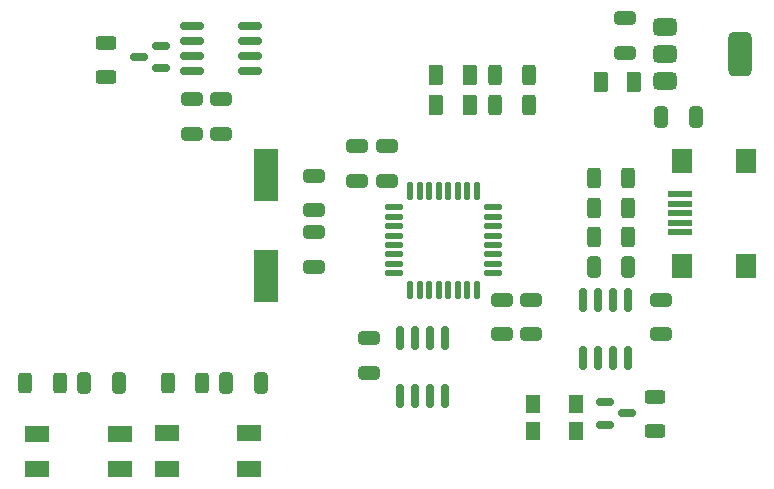
<source format=gtp>
G04 #@! TF.GenerationSoftware,KiCad,Pcbnew,8.0.2*
G04 #@! TF.CreationDate,2024-05-12T15:56:14+02:00*
G04 #@! TF.ProjectId,LimbusOne,4c696d62-7573-44f6-9e65-2e6b69636164,v.0.1*
G04 #@! TF.SameCoordinates,Original*
G04 #@! TF.FileFunction,Paste,Top*
G04 #@! TF.FilePolarity,Positive*
%FSLAX46Y46*%
G04 Gerber Fmt 4.6, Leading zero omitted, Abs format (unit mm)*
G04 Created by KiCad (PCBNEW 8.0.2) date 2024-05-12 15:56:14*
%MOMM*%
%LPD*%
G01*
G04 APERTURE LIST*
G04 Aperture macros list*
%AMRoundRect*
0 Rectangle with rounded corners*
0 $1 Rounding radius*
0 $2 $3 $4 $5 $6 $7 $8 $9 X,Y pos of 4 corners*
0 Add a 4 corners polygon primitive as box body*
4,1,4,$2,$3,$4,$5,$6,$7,$8,$9,$2,$3,0*
0 Add four circle primitives for the rounded corners*
1,1,$1+$1,$2,$3*
1,1,$1+$1,$4,$5*
1,1,$1+$1,$6,$7*
1,1,$1+$1,$8,$9*
0 Add four rect primitives between the rounded corners*
20,1,$1+$1,$2,$3,$4,$5,0*
20,1,$1+$1,$4,$5,$6,$7,0*
20,1,$1+$1,$6,$7,$8,$9,0*
20,1,$1+$1,$8,$9,$2,$3,0*%
G04 Aperture macros list end*
%ADD10R,2.000000X1.400000*%
%ADD11RoundRect,0.250000X-0.650000X0.325000X-0.650000X-0.325000X0.650000X-0.325000X0.650000X0.325000X0*%
%ADD12RoundRect,0.250000X0.650000X-0.325000X0.650000X0.325000X-0.650000X0.325000X-0.650000X-0.325000X0*%
%ADD13RoundRect,0.125000X-0.625000X-0.125000X0.625000X-0.125000X0.625000X0.125000X-0.625000X0.125000X0*%
%ADD14RoundRect,0.125000X-0.125000X-0.625000X0.125000X-0.625000X0.125000X0.625000X-0.125000X0.625000X0*%
%ADD15RoundRect,0.250000X-0.312500X-0.625000X0.312500X-0.625000X0.312500X0.625000X-0.312500X0.625000X0*%
%ADD16RoundRect,0.250000X-0.325000X-0.650000X0.325000X-0.650000X0.325000X0.650000X-0.325000X0.650000X0*%
%ADD17R,1.150000X1.550000*%
%ADD18RoundRect,0.150000X-0.587500X-0.150000X0.587500X-0.150000X0.587500X0.150000X-0.587500X0.150000X0*%
%ADD19RoundRect,0.250000X0.325000X0.650000X-0.325000X0.650000X-0.325000X-0.650000X0.325000X-0.650000X0*%
%ADD20R,2.000000X0.500000*%
%ADD21R,1.700000X2.000000*%
%ADD22RoundRect,0.150000X-0.150000X0.825000X-0.150000X-0.825000X0.150000X-0.825000X0.150000X0.825000X0*%
%ADD23RoundRect,0.250000X0.312500X0.625000X-0.312500X0.625000X-0.312500X-0.625000X0.312500X-0.625000X0*%
%ADD24RoundRect,0.150000X0.150000X-0.825000X0.150000X0.825000X-0.150000X0.825000X-0.150000X-0.825000X0*%
%ADD25RoundRect,0.250000X0.375000X0.625000X-0.375000X0.625000X-0.375000X-0.625000X0.375000X-0.625000X0*%
%ADD26R,2.000000X4.500000*%
%ADD27RoundRect,0.250000X-0.625000X0.312500X-0.625000X-0.312500X0.625000X-0.312500X0.625000X0.312500X0*%
%ADD28RoundRect,0.250000X0.625000X-0.312500X0.625000X0.312500X-0.625000X0.312500X-0.625000X-0.312500X0*%
%ADD29RoundRect,0.150000X0.587500X0.150000X-0.587500X0.150000X-0.587500X-0.150000X0.587500X-0.150000X0*%
%ADD30RoundRect,0.250000X-0.375000X-0.625000X0.375000X-0.625000X0.375000X0.625000X-0.375000X0.625000X0*%
%ADD31RoundRect,0.375000X-0.625000X-0.375000X0.625000X-0.375000X0.625000X0.375000X-0.625000X0.375000X0*%
%ADD32RoundRect,0.500000X-0.500000X-1.400000X0.500000X-1.400000X0.500000X1.400000X-0.500000X1.400000X0*%
%ADD33RoundRect,0.150000X0.825000X0.150000X-0.825000X0.150000X-0.825000X-0.150000X0.825000X-0.150000X0*%
G04 APERTURE END LIST*
D10*
X50388400Y-73229600D03*
X43388400Y-73229600D03*
X50388400Y-70229600D03*
X43388400Y-70229600D03*
X39441000Y-73255000D03*
X32441000Y-73255000D03*
X39441000Y-70255000D03*
X32441000Y-70255000D03*
D11*
X62082000Y-45907999D03*
X62082000Y-48858001D03*
D12*
X85267000Y-61858001D03*
X85267000Y-58907999D03*
D13*
X62657000Y-51083000D03*
X62657000Y-51883000D03*
X62657000Y-52683000D03*
X62657000Y-53483000D03*
X62657000Y-54283000D03*
X62657000Y-55083000D03*
X62657000Y-55883000D03*
X62657000Y-56683000D03*
D14*
X64032000Y-58058000D03*
X64832000Y-58058000D03*
X65632000Y-58058000D03*
X66432000Y-58058000D03*
X67232000Y-58058000D03*
X68032000Y-58058000D03*
X68832000Y-58058000D03*
X69632000Y-58058000D03*
D13*
X71007000Y-56683000D03*
X71007000Y-55883000D03*
X71007000Y-55083000D03*
X71007000Y-54283000D03*
X71007000Y-53483000D03*
X71007000Y-52683000D03*
X71007000Y-51883000D03*
X71007000Y-51083000D03*
D14*
X69632000Y-49708000D03*
X68832000Y-49708000D03*
X68032000Y-49708000D03*
X67232000Y-49708000D03*
X66432000Y-49708000D03*
X65632000Y-49708000D03*
X64832000Y-49708000D03*
X64032000Y-49708000D03*
D15*
X79554500Y-48633000D03*
X82479500Y-48633000D03*
D16*
X85265999Y-43434000D03*
X88216001Y-43434000D03*
D17*
X74442000Y-70008000D03*
X78092000Y-70008000D03*
X78092000Y-67758000D03*
X74442000Y-67758000D03*
D18*
X80517000Y-67593000D03*
X80517000Y-69493000D03*
X82392001Y-68543000D03*
D15*
X71181500Y-39918000D03*
X74106500Y-39918000D03*
D19*
X82492001Y-56133000D03*
X79541999Y-56133000D03*
D20*
X86892000Y-53183000D03*
X86892000Y-52383000D03*
X86892000Y-51583000D03*
X86892000Y-50783000D03*
X86892000Y-49983000D03*
D21*
X86992000Y-56033000D03*
X92442000Y-56033000D03*
X86992000Y-47133000D03*
X92442000Y-47133000D03*
D11*
X59517000Y-45907999D03*
X59517000Y-48858001D03*
D16*
X48464200Y-66009000D03*
X51414200Y-66009000D03*
D15*
X71181500Y-42418000D03*
X74106500Y-42418000D03*
D22*
X82422000Y-58908000D03*
X81152000Y-58908000D03*
X79882000Y-58908000D03*
X78612000Y-58908000D03*
X78612000Y-63858000D03*
X79882000Y-63858000D03*
X81152000Y-63858000D03*
X82422000Y-63858000D03*
D11*
X55880000Y-48407999D03*
X55880000Y-51358001D03*
D23*
X46401700Y-66009000D03*
X43476700Y-66009000D03*
D12*
X74267000Y-61858001D03*
X74267000Y-58907999D03*
D24*
X63112000Y-67108000D03*
X64382000Y-67108000D03*
X65652000Y-67108000D03*
X66922000Y-67108000D03*
X66922000Y-62158000D03*
X65652000Y-62158000D03*
X64382000Y-62158000D03*
X63112000Y-62158000D03*
D12*
X48017000Y-44858001D03*
X48017000Y-41907999D03*
D25*
X82933999Y-40513000D03*
X80134001Y-40513000D03*
D12*
X55880000Y-56108001D03*
X55880000Y-53157999D03*
D26*
X51767000Y-48383000D03*
X51767000Y-56883000D03*
D23*
X34336700Y-66009000D03*
X31411700Y-66009000D03*
D27*
X38267000Y-37170500D03*
X38267000Y-40095500D03*
D12*
X45517000Y-44858001D03*
X45517000Y-41907999D03*
D28*
X84767000Y-70055500D03*
X84767000Y-67130500D03*
D29*
X42954500Y-39333000D03*
X42954500Y-37433000D03*
X41079499Y-38383000D03*
D12*
X60517000Y-65108001D03*
X60517000Y-62157999D03*
D30*
X66244000Y-39918000D03*
X69044000Y-39918000D03*
D31*
X85623000Y-35800000D03*
X85623001Y-38100000D03*
D32*
X91922999Y-38100000D03*
D31*
X85623000Y-40400000D03*
D12*
X71753573Y-61858001D03*
X71753573Y-58907999D03*
D16*
X36399200Y-66009000D03*
X39349200Y-66009000D03*
D30*
X66244001Y-42418000D03*
X69043999Y-42418000D03*
D23*
X82479500Y-53633000D03*
X79554500Y-53633000D03*
X82479500Y-51133000D03*
X79554500Y-51133000D03*
D33*
X50492000Y-39538000D03*
X50492000Y-38268000D03*
X50492000Y-36998000D03*
X50492000Y-35728000D03*
X45542000Y-35728000D03*
X45542000Y-36998000D03*
X45542000Y-38268000D03*
X45542000Y-39538000D03*
D12*
X82169000Y-38051001D03*
X82169000Y-35100999D03*
M02*

</source>
